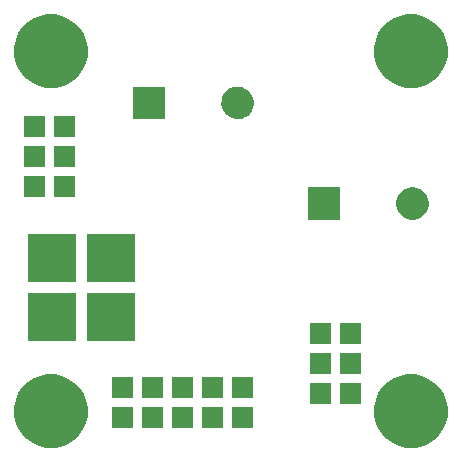
<source format=gbr>
G04 #@! TF.FileFunction,Soldermask,Top*
%FSLAX46Y46*%
G04 Gerber Fmt 4.6, Leading zero omitted, Abs format (unit mm)*
G04 Created by KiCad (PCBNEW (2016-09-17 revision 679eef1)-makepkg) date 09/29/16 07:02:03*
%MOMM*%
%LPD*%
G01*
G04 APERTURE LIST*
%ADD10C,0.500000*%
G04 APERTURE END LIST*
D10*
G36*
X5407706Y8197923D02*
X6007075Y8074890D01*
X6571127Y7837785D01*
X7078386Y7495635D01*
X7509528Y7061472D01*
X7848130Y6551837D01*
X8081289Y5986147D01*
X8200068Y5386276D01*
X8200068Y5386261D01*
X8200133Y5385932D01*
X8190375Y4687068D01*
X8190299Y4686734D01*
X8190299Y4686722D01*
X8054821Y4090411D01*
X7805952Y3531444D01*
X7453255Y3031464D01*
X7010156Y2609506D01*
X6493546Y2281656D01*
X5923090Y2060390D01*
X5320524Y1954142D01*
X4708794Y1966955D01*
X4111197Y2098346D01*
X3550512Y2343303D01*
X3048081Y2692502D01*
X2623042Y3132642D01*
X2291593Y3646951D01*
X2066351Y4215848D01*
X1955896Y4817665D01*
X1964440Y5429467D01*
X2091653Y6027957D01*
X2332693Y6590345D01*
X2678376Y7095202D01*
X3115537Y7523303D01*
X3627522Y7858336D01*
X4194832Y8087544D01*
X4795855Y8202195D01*
X5407706Y8197923D01*
X5407706Y8197923D01*
G37*
G36*
X35887706Y8197923D02*
X36487075Y8074890D01*
X37051127Y7837785D01*
X37558386Y7495635D01*
X37989528Y7061472D01*
X38328130Y6551837D01*
X38561289Y5986147D01*
X38680068Y5386276D01*
X38680068Y5386261D01*
X38680133Y5385932D01*
X38670375Y4687068D01*
X38670299Y4686734D01*
X38670299Y4686722D01*
X38534821Y4090411D01*
X38285952Y3531444D01*
X37933255Y3031464D01*
X37490156Y2609506D01*
X36973546Y2281656D01*
X36403090Y2060390D01*
X35800524Y1954142D01*
X35188794Y1966955D01*
X34591197Y2098346D01*
X34030512Y2343303D01*
X33528081Y2692502D01*
X33103042Y3132642D01*
X32771593Y3646951D01*
X32546351Y4215848D01*
X32435896Y4817665D01*
X32444440Y5429467D01*
X32571653Y6027957D01*
X32812693Y6590345D01*
X33158376Y7095202D01*
X33595537Y7523303D01*
X34107522Y7858336D01*
X34674832Y8087544D01*
X35275855Y8202195D01*
X35887706Y8197923D01*
X35887706Y8197923D01*
G37*
G36*
X14598000Y3690000D02*
X12834000Y3690000D01*
X12834000Y5454000D01*
X14598000Y5454000D01*
X14598000Y3690000D01*
X14598000Y3690000D01*
G37*
G36*
X17138000Y3690000D02*
X15374000Y3690000D01*
X15374000Y5454000D01*
X17138000Y5454000D01*
X17138000Y3690000D01*
X17138000Y3690000D01*
G37*
G36*
X12058000Y3690000D02*
X10294000Y3690000D01*
X10294000Y5454000D01*
X12058000Y5454000D01*
X12058000Y3690000D01*
X12058000Y3690000D01*
G37*
G36*
X19678000Y3690000D02*
X17914000Y3690000D01*
X17914000Y5454000D01*
X19678000Y5454000D01*
X19678000Y3690000D01*
X19678000Y3690000D01*
G37*
G36*
X22218000Y3690000D02*
X20454000Y3690000D01*
X20454000Y5454000D01*
X22218000Y5454000D01*
X22218000Y3690000D01*
X22218000Y3690000D01*
G37*
G36*
X28822000Y5722000D02*
X27058000Y5722000D01*
X27058000Y7486000D01*
X28822000Y7486000D01*
X28822000Y5722000D01*
X28822000Y5722000D01*
G37*
G36*
X31362000Y5722000D02*
X29598000Y5722000D01*
X29598000Y7486000D01*
X31362000Y7486000D01*
X31362000Y5722000D01*
X31362000Y5722000D01*
G37*
G36*
X22218000Y6230000D02*
X20454000Y6230000D01*
X20454000Y7994000D01*
X22218000Y7994000D01*
X22218000Y6230000D01*
X22218000Y6230000D01*
G37*
G36*
X19678000Y6230000D02*
X17914000Y6230000D01*
X17914000Y7994000D01*
X19678000Y7994000D01*
X19678000Y6230000D01*
X19678000Y6230000D01*
G37*
G36*
X12058000Y6230000D02*
X10294000Y6230000D01*
X10294000Y7994000D01*
X12058000Y7994000D01*
X12058000Y6230000D01*
X12058000Y6230000D01*
G37*
G36*
X17138000Y6230000D02*
X15374000Y6230000D01*
X15374000Y7994000D01*
X17138000Y7994000D01*
X17138000Y6230000D01*
X17138000Y6230000D01*
G37*
G36*
X14598000Y6230000D02*
X12834000Y6230000D01*
X12834000Y7994000D01*
X14598000Y7994000D01*
X14598000Y6230000D01*
X14598000Y6230000D01*
G37*
G36*
X28822000Y8262000D02*
X27058000Y8262000D01*
X27058000Y10026000D01*
X28822000Y10026000D01*
X28822000Y8262000D01*
X28822000Y8262000D01*
G37*
G36*
X31362000Y8262000D02*
X29598000Y8262000D01*
X29598000Y10026000D01*
X31362000Y10026000D01*
X31362000Y8262000D01*
X31362000Y8262000D01*
G37*
G36*
X28822000Y10802000D02*
X27058000Y10802000D01*
X27058000Y12566000D01*
X28822000Y12566000D01*
X28822000Y10802000D01*
X28822000Y10802000D01*
G37*
G36*
X31362000Y10802000D02*
X29598000Y10802000D01*
X29598000Y12566000D01*
X31362000Y12566000D01*
X31362000Y10802000D01*
X31362000Y10802000D01*
G37*
G36*
X7185000Y11056000D02*
X3135000Y11056000D01*
X3135000Y15106000D01*
X7185000Y15106000D01*
X7185000Y11056000D01*
X7185000Y11056000D01*
G37*
G36*
X12185000Y11056000D02*
X8135000Y11056000D01*
X8135000Y15106000D01*
X12185000Y15106000D01*
X12185000Y11056000D01*
X12185000Y11056000D01*
G37*
G36*
X7185000Y16009000D02*
X3135000Y16009000D01*
X3135000Y20059000D01*
X7185000Y20059000D01*
X7185000Y16009000D01*
X7185000Y16009000D01*
G37*
G36*
X12185000Y16009000D02*
X8135000Y16009000D01*
X8135000Y20059000D01*
X12185000Y20059000D01*
X12185000Y16009000D01*
X12185000Y16009000D01*
G37*
G36*
X35837897Y24038589D02*
X36101082Y23984565D01*
X36348757Y23880452D01*
X36571497Y23730213D01*
X36760814Y23539569D01*
X36909494Y23315788D01*
X37011875Y23067392D01*
X37063993Y22804179D01*
X37063993Y22804169D01*
X37064059Y22803835D01*
X37059774Y22496963D01*
X37059698Y22496629D01*
X37059698Y22496617D01*
X37000254Y22234970D01*
X36890974Y21989525D01*
X36736104Y21769982D01*
X36541536Y21584697D01*
X36314693Y21440739D01*
X36064203Y21343579D01*
X35799616Y21296926D01*
X35531004Y21302552D01*
X35268594Y21360247D01*
X35022397Y21467808D01*
X34801779Y21621142D01*
X34615142Y21814410D01*
X34469603Y22040242D01*
X34370698Y22290047D01*
X34322196Y22554310D01*
X34325948Y22822953D01*
X34381807Y23085750D01*
X34487649Y23332697D01*
X34639439Y23554381D01*
X34831399Y23742363D01*
X35056212Y23889476D01*
X35305320Y23990122D01*
X35569229Y24040466D01*
X35837897Y24038589D01*
X35837897Y24038589D01*
G37*
G36*
X29564000Y21299500D02*
X26824000Y21299500D01*
X26824000Y24039500D01*
X29564000Y24039500D01*
X29564000Y21299500D01*
X29564000Y21299500D01*
G37*
G36*
X7105000Y23248000D02*
X5341000Y23248000D01*
X5341000Y25012000D01*
X7105000Y25012000D01*
X7105000Y23248000D01*
X7105000Y23248000D01*
G37*
G36*
X4565000Y23248000D02*
X2801000Y23248000D01*
X2801000Y25012000D01*
X4565000Y25012000D01*
X4565000Y23248000D01*
X4565000Y23248000D01*
G37*
G36*
X7105000Y25788000D02*
X5341000Y25788000D01*
X5341000Y27552000D01*
X7105000Y27552000D01*
X7105000Y25788000D01*
X7105000Y25788000D01*
G37*
G36*
X4565000Y25788000D02*
X2801000Y25788000D01*
X2801000Y27552000D01*
X4565000Y27552000D01*
X4565000Y25788000D01*
X4565000Y25788000D01*
G37*
G36*
X7105000Y28328000D02*
X5341000Y28328000D01*
X5341000Y30092000D01*
X7105000Y30092000D01*
X7105000Y28328000D01*
X7105000Y28328000D01*
G37*
G36*
X4565000Y28328000D02*
X2801000Y28328000D01*
X2801000Y30092000D01*
X4565000Y30092000D01*
X4565000Y28328000D01*
X4565000Y28328000D01*
G37*
G36*
X21042397Y32547589D02*
X21305582Y32493565D01*
X21553257Y32389452D01*
X21775997Y32239213D01*
X21965314Y32048569D01*
X22113994Y31824788D01*
X22216375Y31576392D01*
X22268493Y31313179D01*
X22268493Y31313169D01*
X22268559Y31312835D01*
X22264274Y31005963D01*
X22264198Y31005629D01*
X22264198Y31005617D01*
X22204754Y30743970D01*
X22095474Y30498525D01*
X21940604Y30278982D01*
X21746036Y30093697D01*
X21519193Y29949739D01*
X21268703Y29852579D01*
X21004116Y29805926D01*
X20735504Y29811552D01*
X20473094Y29869247D01*
X20226897Y29976808D01*
X20006279Y30130142D01*
X19819642Y30323410D01*
X19674103Y30549242D01*
X19575198Y30799047D01*
X19526696Y31063310D01*
X19530448Y31331953D01*
X19586307Y31594750D01*
X19692149Y31841697D01*
X19843939Y32063381D01*
X20035899Y32251363D01*
X20260712Y32398476D01*
X20509820Y32499122D01*
X20773729Y32549466D01*
X21042397Y32547589D01*
X21042397Y32547589D01*
G37*
G36*
X14768500Y29808500D02*
X12028500Y29808500D01*
X12028500Y32548500D01*
X14768500Y32548500D01*
X14768500Y29808500D01*
X14768500Y29808500D01*
G37*
G36*
X5407706Y38677923D02*
X6007075Y38554890D01*
X6571127Y38317785D01*
X7078386Y37975635D01*
X7509528Y37541472D01*
X7848130Y37031837D01*
X8081289Y36466147D01*
X8200068Y35866276D01*
X8200068Y35866261D01*
X8200133Y35865932D01*
X8190375Y35167068D01*
X8190299Y35166734D01*
X8190299Y35166722D01*
X8054821Y34570411D01*
X7805952Y34011444D01*
X7453255Y33511464D01*
X7010156Y33089506D01*
X6493546Y32761656D01*
X5923090Y32540390D01*
X5320524Y32434142D01*
X4708794Y32446955D01*
X4111197Y32578346D01*
X3550512Y32823303D01*
X3048081Y33172502D01*
X2623042Y33612642D01*
X2291593Y34126951D01*
X2066351Y34695848D01*
X1955896Y35297665D01*
X1964440Y35909467D01*
X2091653Y36507957D01*
X2332693Y37070345D01*
X2678376Y37575202D01*
X3115537Y38003303D01*
X3627522Y38338336D01*
X4194832Y38567544D01*
X4795855Y38682195D01*
X5407706Y38677923D01*
X5407706Y38677923D01*
G37*
G36*
X35887706Y38677923D02*
X36487075Y38554890D01*
X37051127Y38317785D01*
X37558386Y37975635D01*
X37989528Y37541472D01*
X38328130Y37031837D01*
X38561289Y36466147D01*
X38680068Y35866276D01*
X38680068Y35866261D01*
X38680133Y35865932D01*
X38670375Y35167068D01*
X38670299Y35166734D01*
X38670299Y35166722D01*
X38534821Y34570411D01*
X38285952Y34011444D01*
X37933255Y33511464D01*
X37490156Y33089506D01*
X36973546Y32761656D01*
X36403090Y32540390D01*
X35800524Y32434142D01*
X35188794Y32446955D01*
X34591197Y32578346D01*
X34030512Y32823303D01*
X33528081Y33172502D01*
X33103042Y33612642D01*
X32771593Y34126951D01*
X32546351Y34695848D01*
X32435896Y35297665D01*
X32444440Y35909467D01*
X32571653Y36507957D01*
X32812693Y37070345D01*
X33158376Y37575202D01*
X33595537Y38003303D01*
X34107522Y38338336D01*
X34674832Y38567544D01*
X35275855Y38682195D01*
X35887706Y38677923D01*
X35887706Y38677923D01*
G37*
M02*

</source>
